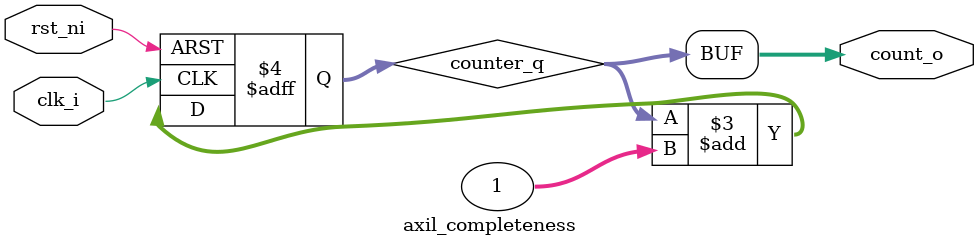
<source format=sv>

module axil_completeness (
    input  logic        clk_i,
    input  logic        rst_ni,
    output logic [31:0] count_o
);

    logic [31:0] counter_q;

    always_ff @(posedge clk_i or negedge rst_ni) begin
        if (!rst_ni) begin
            counter_q <= 32'd0;
        end else begin
            counter_q <= counter_q + 32'd1;
        end
    end

    assign count_o = counter_q;

endmodule

</source>
